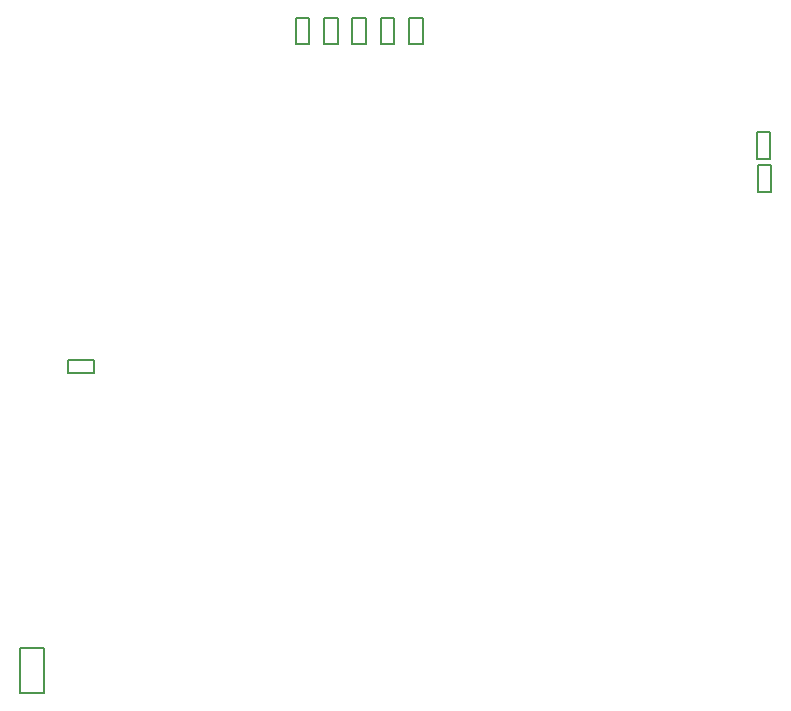
<source format=gbr>
%FSTAX23Y23*%
%MOIN*%
%SFA1B1*%

%IPPOS*%
%ADD139C,0.007874*%
%LNx98_carrier_v1r2_12082022_bottom_courtyard-1*%
%LPD*%
G54D139*
X01242Y02666D02*
Y02753D01*
X01196D02*
X01242D01*
X01196Y02666D02*
Y02753D01*
Y02666D02*
X01242D01*
X00183Y00504D02*
X00262D01*
X00183D02*
Y00655D01*
X00262*
Y00504D02*
Y00655D01*
X00342Y01569D02*
Y01614D01*
X00429*
Y01569D02*
Y01614D01*
X00342Y01569D02*
X00429D01*
X01291Y02753D02*
X01336D01*
Y02666D02*
Y02753D01*
X01291Y02666D02*
X01336D01*
X01291D02*
Y02753D01*
X02642Y02175D02*
X02687D01*
X02642D02*
Y02262D01*
X02687*
Y02175D02*
Y02262D01*
X02638Y02372D02*
X02683D01*
Y02285D02*
Y02372D01*
X02638Y02285D02*
X02683D01*
X02638D02*
Y02372D01*
X0148Y02666D02*
X01525D01*
X0148D02*
Y02753D01*
X01525*
Y02666D02*
Y02753D01*
X01385Y02666D02*
X01431D01*
X01385D02*
Y02753D01*
X01431*
Y02666D02*
Y02753D01*
X01102Y02666D02*
X01147D01*
X01102D02*
Y02753D01*
X01147*
Y02666D02*
Y02753D01*
M02*
</source>
